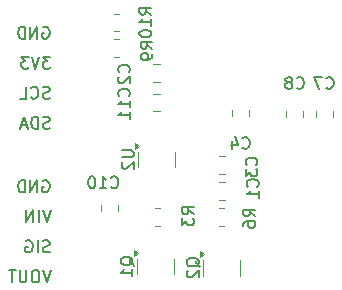
<source format=gbr>
%TF.GenerationSoftware,KiCad,Pcbnew,9.0.1*%
%TF.CreationDate,2025-08-08T13:48:55+02:00*%
%TF.ProjectId,ventilation,76656e74-696c-4617-9469-6f6e2e6b6963,rev?*%
%TF.SameCoordinates,Original*%
%TF.FileFunction,Legend,Bot*%
%TF.FilePolarity,Positive*%
%FSLAX46Y46*%
G04 Gerber Fmt 4.6, Leading zero omitted, Abs format (unit mm)*
G04 Created by KiCad (PCBNEW 9.0.1) date 2025-08-08 13:48:55*
%MOMM*%
%LPD*%
G01*
G04 APERTURE LIST*
%ADD10C,0.150000*%
%ADD11C,0.120000*%
G04 APERTURE END LIST*
D10*
X162669411Y-77432438D02*
X162764649Y-77384819D01*
X162764649Y-77384819D02*
X162907506Y-77384819D01*
X162907506Y-77384819D02*
X163050363Y-77432438D01*
X163050363Y-77432438D02*
X163145601Y-77527676D01*
X163145601Y-77527676D02*
X163193220Y-77622914D01*
X163193220Y-77622914D02*
X163240839Y-77813390D01*
X163240839Y-77813390D02*
X163240839Y-77956247D01*
X163240839Y-77956247D02*
X163193220Y-78146723D01*
X163193220Y-78146723D02*
X163145601Y-78241961D01*
X163145601Y-78241961D02*
X163050363Y-78337200D01*
X163050363Y-78337200D02*
X162907506Y-78384819D01*
X162907506Y-78384819D02*
X162812268Y-78384819D01*
X162812268Y-78384819D02*
X162669411Y-78337200D01*
X162669411Y-78337200D02*
X162621792Y-78289580D01*
X162621792Y-78289580D02*
X162621792Y-77956247D01*
X162621792Y-77956247D02*
X162812268Y-77956247D01*
X162193220Y-78384819D02*
X162193220Y-77384819D01*
X162193220Y-77384819D02*
X161621792Y-78384819D01*
X161621792Y-78384819D02*
X161621792Y-77384819D01*
X161145601Y-78384819D02*
X161145601Y-77384819D01*
X161145601Y-77384819D02*
X160907506Y-77384819D01*
X160907506Y-77384819D02*
X160764649Y-77432438D01*
X160764649Y-77432438D02*
X160669411Y-77527676D01*
X160669411Y-77527676D02*
X160621792Y-77622914D01*
X160621792Y-77622914D02*
X160574173Y-77813390D01*
X160574173Y-77813390D02*
X160574173Y-77956247D01*
X160574173Y-77956247D02*
X160621792Y-78146723D01*
X160621792Y-78146723D02*
X160669411Y-78241961D01*
X160669411Y-78241961D02*
X160764649Y-78337200D01*
X160764649Y-78337200D02*
X160907506Y-78384819D01*
X160907506Y-78384819D02*
X161145601Y-78384819D01*
X163288458Y-79924819D02*
X162669411Y-79924819D01*
X162669411Y-79924819D02*
X163002744Y-80305771D01*
X163002744Y-80305771D02*
X162859887Y-80305771D01*
X162859887Y-80305771D02*
X162764649Y-80353390D01*
X162764649Y-80353390D02*
X162717030Y-80401009D01*
X162717030Y-80401009D02*
X162669411Y-80496247D01*
X162669411Y-80496247D02*
X162669411Y-80734342D01*
X162669411Y-80734342D02*
X162717030Y-80829580D01*
X162717030Y-80829580D02*
X162764649Y-80877200D01*
X162764649Y-80877200D02*
X162859887Y-80924819D01*
X162859887Y-80924819D02*
X163145601Y-80924819D01*
X163145601Y-80924819D02*
X163240839Y-80877200D01*
X163240839Y-80877200D02*
X163288458Y-80829580D01*
X162383696Y-79924819D02*
X162050363Y-80924819D01*
X162050363Y-80924819D02*
X161717030Y-79924819D01*
X161478934Y-79924819D02*
X160859887Y-79924819D01*
X160859887Y-79924819D02*
X161193220Y-80305771D01*
X161193220Y-80305771D02*
X161050363Y-80305771D01*
X161050363Y-80305771D02*
X160955125Y-80353390D01*
X160955125Y-80353390D02*
X160907506Y-80401009D01*
X160907506Y-80401009D02*
X160859887Y-80496247D01*
X160859887Y-80496247D02*
X160859887Y-80734342D01*
X160859887Y-80734342D02*
X160907506Y-80829580D01*
X160907506Y-80829580D02*
X160955125Y-80877200D01*
X160955125Y-80877200D02*
X161050363Y-80924819D01*
X161050363Y-80924819D02*
X161336077Y-80924819D01*
X161336077Y-80924819D02*
X161431315Y-80877200D01*
X161431315Y-80877200D02*
X161478934Y-80829580D01*
X163240839Y-85957200D02*
X163097982Y-86004819D01*
X163097982Y-86004819D02*
X162859887Y-86004819D01*
X162859887Y-86004819D02*
X162764649Y-85957200D01*
X162764649Y-85957200D02*
X162717030Y-85909580D01*
X162717030Y-85909580D02*
X162669411Y-85814342D01*
X162669411Y-85814342D02*
X162669411Y-85719104D01*
X162669411Y-85719104D02*
X162717030Y-85623866D01*
X162717030Y-85623866D02*
X162764649Y-85576247D01*
X162764649Y-85576247D02*
X162859887Y-85528628D01*
X162859887Y-85528628D02*
X163050363Y-85481009D01*
X163050363Y-85481009D02*
X163145601Y-85433390D01*
X163145601Y-85433390D02*
X163193220Y-85385771D01*
X163193220Y-85385771D02*
X163240839Y-85290533D01*
X163240839Y-85290533D02*
X163240839Y-85195295D01*
X163240839Y-85195295D02*
X163193220Y-85100057D01*
X163193220Y-85100057D02*
X163145601Y-85052438D01*
X163145601Y-85052438D02*
X163050363Y-85004819D01*
X163050363Y-85004819D02*
X162812268Y-85004819D01*
X162812268Y-85004819D02*
X162669411Y-85052438D01*
X162240839Y-86004819D02*
X162240839Y-85004819D01*
X162240839Y-85004819D02*
X162002744Y-85004819D01*
X162002744Y-85004819D02*
X161859887Y-85052438D01*
X161859887Y-85052438D02*
X161764649Y-85147676D01*
X161764649Y-85147676D02*
X161717030Y-85242914D01*
X161717030Y-85242914D02*
X161669411Y-85433390D01*
X161669411Y-85433390D02*
X161669411Y-85576247D01*
X161669411Y-85576247D02*
X161717030Y-85766723D01*
X161717030Y-85766723D02*
X161764649Y-85861961D01*
X161764649Y-85861961D02*
X161859887Y-85957200D01*
X161859887Y-85957200D02*
X162002744Y-86004819D01*
X162002744Y-86004819D02*
X162240839Y-86004819D01*
X161288458Y-85719104D02*
X160812268Y-85719104D01*
X161383696Y-86004819D02*
X161050363Y-85004819D01*
X161050363Y-85004819D02*
X160717030Y-86004819D01*
X163240839Y-83417200D02*
X163097982Y-83464819D01*
X163097982Y-83464819D02*
X162859887Y-83464819D01*
X162859887Y-83464819D02*
X162764649Y-83417200D01*
X162764649Y-83417200D02*
X162717030Y-83369580D01*
X162717030Y-83369580D02*
X162669411Y-83274342D01*
X162669411Y-83274342D02*
X162669411Y-83179104D01*
X162669411Y-83179104D02*
X162717030Y-83083866D01*
X162717030Y-83083866D02*
X162764649Y-83036247D01*
X162764649Y-83036247D02*
X162859887Y-82988628D01*
X162859887Y-82988628D02*
X163050363Y-82941009D01*
X163050363Y-82941009D02*
X163145601Y-82893390D01*
X163145601Y-82893390D02*
X163193220Y-82845771D01*
X163193220Y-82845771D02*
X163240839Y-82750533D01*
X163240839Y-82750533D02*
X163240839Y-82655295D01*
X163240839Y-82655295D02*
X163193220Y-82560057D01*
X163193220Y-82560057D02*
X163145601Y-82512438D01*
X163145601Y-82512438D02*
X163050363Y-82464819D01*
X163050363Y-82464819D02*
X162812268Y-82464819D01*
X162812268Y-82464819D02*
X162669411Y-82512438D01*
X161669411Y-83369580D02*
X161717030Y-83417200D01*
X161717030Y-83417200D02*
X161859887Y-83464819D01*
X161859887Y-83464819D02*
X161955125Y-83464819D01*
X161955125Y-83464819D02*
X162097982Y-83417200D01*
X162097982Y-83417200D02*
X162193220Y-83321961D01*
X162193220Y-83321961D02*
X162240839Y-83226723D01*
X162240839Y-83226723D02*
X162288458Y-83036247D01*
X162288458Y-83036247D02*
X162288458Y-82893390D01*
X162288458Y-82893390D02*
X162240839Y-82702914D01*
X162240839Y-82702914D02*
X162193220Y-82607676D01*
X162193220Y-82607676D02*
X162097982Y-82512438D01*
X162097982Y-82512438D02*
X161955125Y-82464819D01*
X161955125Y-82464819D02*
X161859887Y-82464819D01*
X161859887Y-82464819D02*
X161717030Y-82512438D01*
X161717030Y-82512438D02*
X161669411Y-82560057D01*
X160764649Y-83464819D02*
X161240839Y-83464819D01*
X161240839Y-83464819D02*
X161240839Y-82464819D01*
X169959580Y-83257142D02*
X170007200Y-83209523D01*
X170007200Y-83209523D02*
X170054819Y-83066666D01*
X170054819Y-83066666D02*
X170054819Y-82971428D01*
X170054819Y-82971428D02*
X170007200Y-82828571D01*
X170007200Y-82828571D02*
X169911961Y-82733333D01*
X169911961Y-82733333D02*
X169816723Y-82685714D01*
X169816723Y-82685714D02*
X169626247Y-82638095D01*
X169626247Y-82638095D02*
X169483390Y-82638095D01*
X169483390Y-82638095D02*
X169292914Y-82685714D01*
X169292914Y-82685714D02*
X169197676Y-82733333D01*
X169197676Y-82733333D02*
X169102438Y-82828571D01*
X169102438Y-82828571D02*
X169054819Y-82971428D01*
X169054819Y-82971428D02*
X169054819Y-83066666D01*
X169054819Y-83066666D02*
X169102438Y-83209523D01*
X169102438Y-83209523D02*
X169150057Y-83257142D01*
X170054819Y-84209523D02*
X170054819Y-83638095D01*
X170054819Y-83923809D02*
X169054819Y-83923809D01*
X169054819Y-83923809D02*
X169197676Y-83828571D01*
X169197676Y-83828571D02*
X169292914Y-83733333D01*
X169292914Y-83733333D02*
X169340533Y-83638095D01*
X170054819Y-85161904D02*
X170054819Y-84590476D01*
X170054819Y-84876190D02*
X169054819Y-84876190D01*
X169054819Y-84876190D02*
X169197676Y-84780952D01*
X169197676Y-84780952D02*
X169292914Y-84685714D01*
X169292914Y-84685714D02*
X169340533Y-84590476D01*
X171954819Y-79233333D02*
X171478628Y-78900000D01*
X171954819Y-78661905D02*
X170954819Y-78661905D01*
X170954819Y-78661905D02*
X170954819Y-79042857D01*
X170954819Y-79042857D02*
X171002438Y-79138095D01*
X171002438Y-79138095D02*
X171050057Y-79185714D01*
X171050057Y-79185714D02*
X171145295Y-79233333D01*
X171145295Y-79233333D02*
X171288152Y-79233333D01*
X171288152Y-79233333D02*
X171383390Y-79185714D01*
X171383390Y-79185714D02*
X171431009Y-79138095D01*
X171431009Y-79138095D02*
X171478628Y-79042857D01*
X171478628Y-79042857D02*
X171478628Y-78661905D01*
X171954819Y-79709524D02*
X171954819Y-79900000D01*
X171954819Y-79900000D02*
X171907200Y-79995238D01*
X171907200Y-79995238D02*
X171859580Y-80042857D01*
X171859580Y-80042857D02*
X171716723Y-80138095D01*
X171716723Y-80138095D02*
X171526247Y-80185714D01*
X171526247Y-80185714D02*
X171145295Y-80185714D01*
X171145295Y-80185714D02*
X171050057Y-80138095D01*
X171050057Y-80138095D02*
X171002438Y-80090476D01*
X171002438Y-80090476D02*
X170954819Y-79995238D01*
X170954819Y-79995238D02*
X170954819Y-79804762D01*
X170954819Y-79804762D02*
X171002438Y-79709524D01*
X171002438Y-79709524D02*
X171050057Y-79661905D01*
X171050057Y-79661905D02*
X171145295Y-79614286D01*
X171145295Y-79614286D02*
X171383390Y-79614286D01*
X171383390Y-79614286D02*
X171478628Y-79661905D01*
X171478628Y-79661905D02*
X171526247Y-79709524D01*
X171526247Y-79709524D02*
X171573866Y-79804762D01*
X171573866Y-79804762D02*
X171573866Y-79995238D01*
X171573866Y-79995238D02*
X171526247Y-80090476D01*
X171526247Y-80090476D02*
X171478628Y-80138095D01*
X171478628Y-80138095D02*
X171383390Y-80185714D01*
X170350057Y-97604761D02*
X170302438Y-97509523D01*
X170302438Y-97509523D02*
X170207200Y-97414285D01*
X170207200Y-97414285D02*
X170064342Y-97271428D01*
X170064342Y-97271428D02*
X170016723Y-97176190D01*
X170016723Y-97176190D02*
X170016723Y-97080952D01*
X170254819Y-97128571D02*
X170207200Y-97033333D01*
X170207200Y-97033333D02*
X170111961Y-96938095D01*
X170111961Y-96938095D02*
X169921485Y-96890476D01*
X169921485Y-96890476D02*
X169588152Y-96890476D01*
X169588152Y-96890476D02*
X169397676Y-96938095D01*
X169397676Y-96938095D02*
X169302438Y-97033333D01*
X169302438Y-97033333D02*
X169254819Y-97128571D01*
X169254819Y-97128571D02*
X169254819Y-97319047D01*
X169254819Y-97319047D02*
X169302438Y-97414285D01*
X169302438Y-97414285D02*
X169397676Y-97509523D01*
X169397676Y-97509523D02*
X169588152Y-97557142D01*
X169588152Y-97557142D02*
X169921485Y-97557142D01*
X169921485Y-97557142D02*
X170111961Y-97509523D01*
X170111961Y-97509523D02*
X170207200Y-97414285D01*
X170207200Y-97414285D02*
X170254819Y-97319047D01*
X170254819Y-97319047D02*
X170254819Y-97128571D01*
X170254819Y-98509523D02*
X170254819Y-97938095D01*
X170254819Y-98223809D02*
X169254819Y-98223809D01*
X169254819Y-98223809D02*
X169397676Y-98128571D01*
X169397676Y-98128571D02*
X169492914Y-98033333D01*
X169492914Y-98033333D02*
X169540533Y-97938095D01*
X175950057Y-97704761D02*
X175902438Y-97609523D01*
X175902438Y-97609523D02*
X175807200Y-97514285D01*
X175807200Y-97514285D02*
X175664342Y-97371428D01*
X175664342Y-97371428D02*
X175616723Y-97276190D01*
X175616723Y-97276190D02*
X175616723Y-97180952D01*
X175854819Y-97228571D02*
X175807200Y-97133333D01*
X175807200Y-97133333D02*
X175711961Y-97038095D01*
X175711961Y-97038095D02*
X175521485Y-96990476D01*
X175521485Y-96990476D02*
X175188152Y-96990476D01*
X175188152Y-96990476D02*
X174997676Y-97038095D01*
X174997676Y-97038095D02*
X174902438Y-97133333D01*
X174902438Y-97133333D02*
X174854819Y-97228571D01*
X174854819Y-97228571D02*
X174854819Y-97419047D01*
X174854819Y-97419047D02*
X174902438Y-97514285D01*
X174902438Y-97514285D02*
X174997676Y-97609523D01*
X174997676Y-97609523D02*
X175188152Y-97657142D01*
X175188152Y-97657142D02*
X175521485Y-97657142D01*
X175521485Y-97657142D02*
X175711961Y-97609523D01*
X175711961Y-97609523D02*
X175807200Y-97514285D01*
X175807200Y-97514285D02*
X175854819Y-97419047D01*
X175854819Y-97419047D02*
X175854819Y-97228571D01*
X174950057Y-98038095D02*
X174902438Y-98085714D01*
X174902438Y-98085714D02*
X174854819Y-98180952D01*
X174854819Y-98180952D02*
X174854819Y-98419047D01*
X174854819Y-98419047D02*
X174902438Y-98514285D01*
X174902438Y-98514285D02*
X174950057Y-98561904D01*
X174950057Y-98561904D02*
X175045295Y-98609523D01*
X175045295Y-98609523D02*
X175140533Y-98609523D01*
X175140533Y-98609523D02*
X175283390Y-98561904D01*
X175283390Y-98561904D02*
X175854819Y-97990476D01*
X175854819Y-97990476D02*
X175854819Y-98609523D01*
X186666666Y-82559580D02*
X186714285Y-82607200D01*
X186714285Y-82607200D02*
X186857142Y-82654819D01*
X186857142Y-82654819D02*
X186952380Y-82654819D01*
X186952380Y-82654819D02*
X187095237Y-82607200D01*
X187095237Y-82607200D02*
X187190475Y-82511961D01*
X187190475Y-82511961D02*
X187238094Y-82416723D01*
X187238094Y-82416723D02*
X187285713Y-82226247D01*
X187285713Y-82226247D02*
X187285713Y-82083390D01*
X187285713Y-82083390D02*
X187238094Y-81892914D01*
X187238094Y-81892914D02*
X187190475Y-81797676D01*
X187190475Y-81797676D02*
X187095237Y-81702438D01*
X187095237Y-81702438D02*
X186952380Y-81654819D01*
X186952380Y-81654819D02*
X186857142Y-81654819D01*
X186857142Y-81654819D02*
X186714285Y-81702438D01*
X186714285Y-81702438D02*
X186666666Y-81750057D01*
X186333332Y-81654819D02*
X185666666Y-81654819D01*
X185666666Y-81654819D02*
X186095237Y-82654819D01*
X180654819Y-93433333D02*
X180178628Y-93100000D01*
X180654819Y-92861905D02*
X179654819Y-92861905D01*
X179654819Y-92861905D02*
X179654819Y-93242857D01*
X179654819Y-93242857D02*
X179702438Y-93338095D01*
X179702438Y-93338095D02*
X179750057Y-93385714D01*
X179750057Y-93385714D02*
X179845295Y-93433333D01*
X179845295Y-93433333D02*
X179988152Y-93433333D01*
X179988152Y-93433333D02*
X180083390Y-93385714D01*
X180083390Y-93385714D02*
X180131009Y-93338095D01*
X180131009Y-93338095D02*
X180178628Y-93242857D01*
X180178628Y-93242857D02*
X180178628Y-92861905D01*
X179654819Y-94290476D02*
X179654819Y-94100000D01*
X179654819Y-94100000D02*
X179702438Y-94004762D01*
X179702438Y-94004762D02*
X179750057Y-93957143D01*
X179750057Y-93957143D02*
X179892914Y-93861905D01*
X179892914Y-93861905D02*
X180083390Y-93814286D01*
X180083390Y-93814286D02*
X180464342Y-93814286D01*
X180464342Y-93814286D02*
X180559580Y-93861905D01*
X180559580Y-93861905D02*
X180607200Y-93909524D01*
X180607200Y-93909524D02*
X180654819Y-94004762D01*
X180654819Y-94004762D02*
X180654819Y-94195238D01*
X180654819Y-94195238D02*
X180607200Y-94290476D01*
X180607200Y-94290476D02*
X180559580Y-94338095D01*
X180559580Y-94338095D02*
X180464342Y-94385714D01*
X180464342Y-94385714D02*
X180226247Y-94385714D01*
X180226247Y-94385714D02*
X180131009Y-94338095D01*
X180131009Y-94338095D02*
X180083390Y-94290476D01*
X180083390Y-94290476D02*
X180035771Y-94195238D01*
X180035771Y-94195238D02*
X180035771Y-94004762D01*
X180035771Y-94004762D02*
X180083390Y-93909524D01*
X180083390Y-93909524D02*
X180131009Y-93861905D01*
X180131009Y-93861905D02*
X180226247Y-93814286D01*
X169959580Y-81233333D02*
X170007200Y-81185714D01*
X170007200Y-81185714D02*
X170054819Y-81042857D01*
X170054819Y-81042857D02*
X170054819Y-80947619D01*
X170054819Y-80947619D02*
X170007200Y-80804762D01*
X170007200Y-80804762D02*
X169911961Y-80709524D01*
X169911961Y-80709524D02*
X169816723Y-80661905D01*
X169816723Y-80661905D02*
X169626247Y-80614286D01*
X169626247Y-80614286D02*
X169483390Y-80614286D01*
X169483390Y-80614286D02*
X169292914Y-80661905D01*
X169292914Y-80661905D02*
X169197676Y-80709524D01*
X169197676Y-80709524D02*
X169102438Y-80804762D01*
X169102438Y-80804762D02*
X169054819Y-80947619D01*
X169054819Y-80947619D02*
X169054819Y-81042857D01*
X169054819Y-81042857D02*
X169102438Y-81185714D01*
X169102438Y-81185714D02*
X169150057Y-81233333D01*
X169150057Y-81614286D02*
X169102438Y-81661905D01*
X169102438Y-81661905D02*
X169054819Y-81757143D01*
X169054819Y-81757143D02*
X169054819Y-81995238D01*
X169054819Y-81995238D02*
X169102438Y-82090476D01*
X169102438Y-82090476D02*
X169150057Y-82138095D01*
X169150057Y-82138095D02*
X169245295Y-82185714D01*
X169245295Y-82185714D02*
X169340533Y-82185714D01*
X169340533Y-82185714D02*
X169483390Y-82138095D01*
X169483390Y-82138095D02*
X170054819Y-81566667D01*
X170054819Y-81566667D02*
X170054819Y-82185714D01*
X184166666Y-82559580D02*
X184214285Y-82607200D01*
X184214285Y-82607200D02*
X184357142Y-82654819D01*
X184357142Y-82654819D02*
X184452380Y-82654819D01*
X184452380Y-82654819D02*
X184595237Y-82607200D01*
X184595237Y-82607200D02*
X184690475Y-82511961D01*
X184690475Y-82511961D02*
X184738094Y-82416723D01*
X184738094Y-82416723D02*
X184785713Y-82226247D01*
X184785713Y-82226247D02*
X184785713Y-82083390D01*
X184785713Y-82083390D02*
X184738094Y-81892914D01*
X184738094Y-81892914D02*
X184690475Y-81797676D01*
X184690475Y-81797676D02*
X184595237Y-81702438D01*
X184595237Y-81702438D02*
X184452380Y-81654819D01*
X184452380Y-81654819D02*
X184357142Y-81654819D01*
X184357142Y-81654819D02*
X184214285Y-81702438D01*
X184214285Y-81702438D02*
X184166666Y-81750057D01*
X183595237Y-82083390D02*
X183690475Y-82035771D01*
X183690475Y-82035771D02*
X183738094Y-81988152D01*
X183738094Y-81988152D02*
X183785713Y-81892914D01*
X183785713Y-81892914D02*
X183785713Y-81845295D01*
X183785713Y-81845295D02*
X183738094Y-81750057D01*
X183738094Y-81750057D02*
X183690475Y-81702438D01*
X183690475Y-81702438D02*
X183595237Y-81654819D01*
X183595237Y-81654819D02*
X183404761Y-81654819D01*
X183404761Y-81654819D02*
X183309523Y-81702438D01*
X183309523Y-81702438D02*
X183261904Y-81750057D01*
X183261904Y-81750057D02*
X183214285Y-81845295D01*
X183214285Y-81845295D02*
X183214285Y-81892914D01*
X183214285Y-81892914D02*
X183261904Y-81988152D01*
X183261904Y-81988152D02*
X183309523Y-82035771D01*
X183309523Y-82035771D02*
X183404761Y-82083390D01*
X183404761Y-82083390D02*
X183595237Y-82083390D01*
X183595237Y-82083390D02*
X183690475Y-82131009D01*
X183690475Y-82131009D02*
X183738094Y-82178628D01*
X183738094Y-82178628D02*
X183785713Y-82273866D01*
X183785713Y-82273866D02*
X183785713Y-82464342D01*
X183785713Y-82464342D02*
X183738094Y-82559580D01*
X183738094Y-82559580D02*
X183690475Y-82607200D01*
X183690475Y-82607200D02*
X183595237Y-82654819D01*
X183595237Y-82654819D02*
X183404761Y-82654819D01*
X183404761Y-82654819D02*
X183309523Y-82607200D01*
X183309523Y-82607200D02*
X183261904Y-82559580D01*
X183261904Y-82559580D02*
X183214285Y-82464342D01*
X183214285Y-82464342D02*
X183214285Y-82273866D01*
X183214285Y-82273866D02*
X183261904Y-82178628D01*
X183261904Y-82178628D02*
X183309523Y-82131009D01*
X183309523Y-82131009D02*
X183404761Y-82083390D01*
X179566666Y-87622080D02*
X179614285Y-87669700D01*
X179614285Y-87669700D02*
X179757142Y-87717319D01*
X179757142Y-87717319D02*
X179852380Y-87717319D01*
X179852380Y-87717319D02*
X179995237Y-87669700D01*
X179995237Y-87669700D02*
X180090475Y-87574461D01*
X180090475Y-87574461D02*
X180138094Y-87479223D01*
X180138094Y-87479223D02*
X180185713Y-87288747D01*
X180185713Y-87288747D02*
X180185713Y-87145890D01*
X180185713Y-87145890D02*
X180138094Y-86955414D01*
X180138094Y-86955414D02*
X180090475Y-86860176D01*
X180090475Y-86860176D02*
X179995237Y-86764938D01*
X179995237Y-86764938D02*
X179852380Y-86717319D01*
X179852380Y-86717319D02*
X179757142Y-86717319D01*
X179757142Y-86717319D02*
X179614285Y-86764938D01*
X179614285Y-86764938D02*
X179566666Y-86812557D01*
X178709523Y-87050652D02*
X178709523Y-87717319D01*
X178947618Y-86669700D02*
X179185713Y-87383985D01*
X179185713Y-87383985D02*
X178566666Y-87383985D01*
X168442857Y-90959580D02*
X168490476Y-91007200D01*
X168490476Y-91007200D02*
X168633333Y-91054819D01*
X168633333Y-91054819D02*
X168728571Y-91054819D01*
X168728571Y-91054819D02*
X168871428Y-91007200D01*
X168871428Y-91007200D02*
X168966666Y-90911961D01*
X168966666Y-90911961D02*
X169014285Y-90816723D01*
X169014285Y-90816723D02*
X169061904Y-90626247D01*
X169061904Y-90626247D02*
X169061904Y-90483390D01*
X169061904Y-90483390D02*
X169014285Y-90292914D01*
X169014285Y-90292914D02*
X168966666Y-90197676D01*
X168966666Y-90197676D02*
X168871428Y-90102438D01*
X168871428Y-90102438D02*
X168728571Y-90054819D01*
X168728571Y-90054819D02*
X168633333Y-90054819D01*
X168633333Y-90054819D02*
X168490476Y-90102438D01*
X168490476Y-90102438D02*
X168442857Y-90150057D01*
X167490476Y-91054819D02*
X168061904Y-91054819D01*
X167776190Y-91054819D02*
X167776190Y-90054819D01*
X167776190Y-90054819D02*
X167871428Y-90197676D01*
X167871428Y-90197676D02*
X167966666Y-90292914D01*
X167966666Y-90292914D02*
X168061904Y-90340533D01*
X166871428Y-90054819D02*
X166776190Y-90054819D01*
X166776190Y-90054819D02*
X166680952Y-90102438D01*
X166680952Y-90102438D02*
X166633333Y-90150057D01*
X166633333Y-90150057D02*
X166585714Y-90245295D01*
X166585714Y-90245295D02*
X166538095Y-90435771D01*
X166538095Y-90435771D02*
X166538095Y-90673866D01*
X166538095Y-90673866D02*
X166585714Y-90864342D01*
X166585714Y-90864342D02*
X166633333Y-90959580D01*
X166633333Y-90959580D02*
X166680952Y-91007200D01*
X166680952Y-91007200D02*
X166776190Y-91054819D01*
X166776190Y-91054819D02*
X166871428Y-91054819D01*
X166871428Y-91054819D02*
X166966666Y-91007200D01*
X166966666Y-91007200D02*
X167014285Y-90959580D01*
X167014285Y-90959580D02*
X167061904Y-90864342D01*
X167061904Y-90864342D02*
X167109523Y-90673866D01*
X167109523Y-90673866D02*
X167109523Y-90435771D01*
X167109523Y-90435771D02*
X167061904Y-90245295D01*
X167061904Y-90245295D02*
X167014285Y-90150057D01*
X167014285Y-90150057D02*
X166966666Y-90102438D01*
X166966666Y-90102438D02*
X166871428Y-90054819D01*
X180742080Y-89083333D02*
X180789700Y-89035714D01*
X180789700Y-89035714D02*
X180837319Y-88892857D01*
X180837319Y-88892857D02*
X180837319Y-88797619D01*
X180837319Y-88797619D02*
X180789700Y-88654762D01*
X180789700Y-88654762D02*
X180694461Y-88559524D01*
X180694461Y-88559524D02*
X180599223Y-88511905D01*
X180599223Y-88511905D02*
X180408747Y-88464286D01*
X180408747Y-88464286D02*
X180265890Y-88464286D01*
X180265890Y-88464286D02*
X180075414Y-88511905D01*
X180075414Y-88511905D02*
X179980176Y-88559524D01*
X179980176Y-88559524D02*
X179884938Y-88654762D01*
X179884938Y-88654762D02*
X179837319Y-88797619D01*
X179837319Y-88797619D02*
X179837319Y-88892857D01*
X179837319Y-88892857D02*
X179884938Y-89035714D01*
X179884938Y-89035714D02*
X179932557Y-89083333D01*
X179837319Y-89416667D02*
X179837319Y-90035714D01*
X179837319Y-90035714D02*
X180218271Y-89702381D01*
X180218271Y-89702381D02*
X180218271Y-89845238D01*
X180218271Y-89845238D02*
X180265890Y-89940476D01*
X180265890Y-89940476D02*
X180313509Y-89988095D01*
X180313509Y-89988095D02*
X180408747Y-90035714D01*
X180408747Y-90035714D02*
X180646842Y-90035714D01*
X180646842Y-90035714D02*
X180742080Y-89988095D01*
X180742080Y-89988095D02*
X180789700Y-89940476D01*
X180789700Y-89940476D02*
X180837319Y-89845238D01*
X180837319Y-89845238D02*
X180837319Y-89559524D01*
X180837319Y-89559524D02*
X180789700Y-89464286D01*
X180789700Y-89464286D02*
X180742080Y-89416667D01*
X180842080Y-90913333D02*
X180889700Y-90865714D01*
X180889700Y-90865714D02*
X180937319Y-90722857D01*
X180937319Y-90722857D02*
X180937319Y-90627619D01*
X180937319Y-90627619D02*
X180889700Y-90484762D01*
X180889700Y-90484762D02*
X180794461Y-90389524D01*
X180794461Y-90389524D02*
X180699223Y-90341905D01*
X180699223Y-90341905D02*
X180508747Y-90294286D01*
X180508747Y-90294286D02*
X180365890Y-90294286D01*
X180365890Y-90294286D02*
X180175414Y-90341905D01*
X180175414Y-90341905D02*
X180080176Y-90389524D01*
X180080176Y-90389524D02*
X179984938Y-90484762D01*
X179984938Y-90484762D02*
X179937319Y-90627619D01*
X179937319Y-90627619D02*
X179937319Y-90722857D01*
X179937319Y-90722857D02*
X179984938Y-90865714D01*
X179984938Y-90865714D02*
X180032557Y-90913333D01*
X180937319Y-91865714D02*
X180937319Y-91294286D01*
X180937319Y-91580000D02*
X179937319Y-91580000D01*
X179937319Y-91580000D02*
X180080176Y-91484762D01*
X180080176Y-91484762D02*
X180175414Y-91389524D01*
X180175414Y-91389524D02*
X180223033Y-91294286D01*
X169354819Y-87863095D02*
X170164342Y-87863095D01*
X170164342Y-87863095D02*
X170259580Y-87910714D01*
X170259580Y-87910714D02*
X170307200Y-87958333D01*
X170307200Y-87958333D02*
X170354819Y-88053571D01*
X170354819Y-88053571D02*
X170354819Y-88244047D01*
X170354819Y-88244047D02*
X170307200Y-88339285D01*
X170307200Y-88339285D02*
X170259580Y-88386904D01*
X170259580Y-88386904D02*
X170164342Y-88434523D01*
X170164342Y-88434523D02*
X169354819Y-88434523D01*
X169450057Y-88863095D02*
X169402438Y-88910714D01*
X169402438Y-88910714D02*
X169354819Y-89005952D01*
X169354819Y-89005952D02*
X169354819Y-89244047D01*
X169354819Y-89244047D02*
X169402438Y-89339285D01*
X169402438Y-89339285D02*
X169450057Y-89386904D01*
X169450057Y-89386904D02*
X169545295Y-89434523D01*
X169545295Y-89434523D02*
X169640533Y-89434523D01*
X169640533Y-89434523D02*
X169783390Y-89386904D01*
X169783390Y-89386904D02*
X170354819Y-88815476D01*
X170354819Y-88815476D02*
X170354819Y-89434523D01*
X175454819Y-93253333D02*
X174978628Y-92920000D01*
X175454819Y-92681905D02*
X174454819Y-92681905D01*
X174454819Y-92681905D02*
X174454819Y-93062857D01*
X174454819Y-93062857D02*
X174502438Y-93158095D01*
X174502438Y-93158095D02*
X174550057Y-93205714D01*
X174550057Y-93205714D02*
X174645295Y-93253333D01*
X174645295Y-93253333D02*
X174788152Y-93253333D01*
X174788152Y-93253333D02*
X174883390Y-93205714D01*
X174883390Y-93205714D02*
X174931009Y-93158095D01*
X174931009Y-93158095D02*
X174978628Y-93062857D01*
X174978628Y-93062857D02*
X174978628Y-92681905D01*
X174454819Y-93586667D02*
X174454819Y-94205714D01*
X174454819Y-94205714D02*
X174835771Y-93872381D01*
X174835771Y-93872381D02*
X174835771Y-94015238D01*
X174835771Y-94015238D02*
X174883390Y-94110476D01*
X174883390Y-94110476D02*
X174931009Y-94158095D01*
X174931009Y-94158095D02*
X175026247Y-94205714D01*
X175026247Y-94205714D02*
X175264342Y-94205714D01*
X175264342Y-94205714D02*
X175359580Y-94158095D01*
X175359580Y-94158095D02*
X175407200Y-94110476D01*
X175407200Y-94110476D02*
X175454819Y-94015238D01*
X175454819Y-94015238D02*
X175454819Y-93729524D01*
X175454819Y-93729524D02*
X175407200Y-93634286D01*
X175407200Y-93634286D02*
X175359580Y-93586667D01*
X171854819Y-76357142D02*
X171378628Y-76023809D01*
X171854819Y-75785714D02*
X170854819Y-75785714D01*
X170854819Y-75785714D02*
X170854819Y-76166666D01*
X170854819Y-76166666D02*
X170902438Y-76261904D01*
X170902438Y-76261904D02*
X170950057Y-76309523D01*
X170950057Y-76309523D02*
X171045295Y-76357142D01*
X171045295Y-76357142D02*
X171188152Y-76357142D01*
X171188152Y-76357142D02*
X171283390Y-76309523D01*
X171283390Y-76309523D02*
X171331009Y-76261904D01*
X171331009Y-76261904D02*
X171378628Y-76166666D01*
X171378628Y-76166666D02*
X171378628Y-75785714D01*
X171854819Y-77309523D02*
X171854819Y-76738095D01*
X171854819Y-77023809D02*
X170854819Y-77023809D01*
X170854819Y-77023809D02*
X170997676Y-76928571D01*
X170997676Y-76928571D02*
X171092914Y-76833333D01*
X171092914Y-76833333D02*
X171140533Y-76738095D01*
X170854819Y-77928571D02*
X170854819Y-78023809D01*
X170854819Y-78023809D02*
X170902438Y-78119047D01*
X170902438Y-78119047D02*
X170950057Y-78166666D01*
X170950057Y-78166666D02*
X171045295Y-78214285D01*
X171045295Y-78214285D02*
X171235771Y-78261904D01*
X171235771Y-78261904D02*
X171473866Y-78261904D01*
X171473866Y-78261904D02*
X171664342Y-78214285D01*
X171664342Y-78214285D02*
X171759580Y-78166666D01*
X171759580Y-78166666D02*
X171807200Y-78119047D01*
X171807200Y-78119047D02*
X171854819Y-78023809D01*
X171854819Y-78023809D02*
X171854819Y-77928571D01*
X171854819Y-77928571D02*
X171807200Y-77833333D01*
X171807200Y-77833333D02*
X171759580Y-77785714D01*
X171759580Y-77785714D02*
X171664342Y-77738095D01*
X171664342Y-77738095D02*
X171473866Y-77690476D01*
X171473866Y-77690476D02*
X171235771Y-77690476D01*
X171235771Y-77690476D02*
X171045295Y-77738095D01*
X171045295Y-77738095D02*
X170950057Y-77785714D01*
X170950057Y-77785714D02*
X170902438Y-77833333D01*
X170902438Y-77833333D02*
X170854819Y-77928571D01*
X162669411Y-90442438D02*
X162764649Y-90394819D01*
X162764649Y-90394819D02*
X162907506Y-90394819D01*
X162907506Y-90394819D02*
X163050363Y-90442438D01*
X163050363Y-90442438D02*
X163145601Y-90537676D01*
X163145601Y-90537676D02*
X163193220Y-90632914D01*
X163193220Y-90632914D02*
X163240839Y-90823390D01*
X163240839Y-90823390D02*
X163240839Y-90966247D01*
X163240839Y-90966247D02*
X163193220Y-91156723D01*
X163193220Y-91156723D02*
X163145601Y-91251961D01*
X163145601Y-91251961D02*
X163050363Y-91347200D01*
X163050363Y-91347200D02*
X162907506Y-91394819D01*
X162907506Y-91394819D02*
X162812268Y-91394819D01*
X162812268Y-91394819D02*
X162669411Y-91347200D01*
X162669411Y-91347200D02*
X162621792Y-91299580D01*
X162621792Y-91299580D02*
X162621792Y-90966247D01*
X162621792Y-90966247D02*
X162812268Y-90966247D01*
X162193220Y-91394819D02*
X162193220Y-90394819D01*
X162193220Y-90394819D02*
X161621792Y-91394819D01*
X161621792Y-91394819D02*
X161621792Y-90394819D01*
X161145601Y-91394819D02*
X161145601Y-90394819D01*
X161145601Y-90394819D02*
X160907506Y-90394819D01*
X160907506Y-90394819D02*
X160764649Y-90442438D01*
X160764649Y-90442438D02*
X160669411Y-90537676D01*
X160669411Y-90537676D02*
X160621792Y-90632914D01*
X160621792Y-90632914D02*
X160574173Y-90823390D01*
X160574173Y-90823390D02*
X160574173Y-90966247D01*
X160574173Y-90966247D02*
X160621792Y-91156723D01*
X160621792Y-91156723D02*
X160669411Y-91251961D01*
X160669411Y-91251961D02*
X160764649Y-91347200D01*
X160764649Y-91347200D02*
X160907506Y-91394819D01*
X160907506Y-91394819D02*
X161145601Y-91394819D01*
X163336077Y-98014819D02*
X163002744Y-99014819D01*
X163002744Y-99014819D02*
X162669411Y-98014819D01*
X162145601Y-98014819D02*
X161955125Y-98014819D01*
X161955125Y-98014819D02*
X161859887Y-98062438D01*
X161859887Y-98062438D02*
X161764649Y-98157676D01*
X161764649Y-98157676D02*
X161717030Y-98348152D01*
X161717030Y-98348152D02*
X161717030Y-98681485D01*
X161717030Y-98681485D02*
X161764649Y-98871961D01*
X161764649Y-98871961D02*
X161859887Y-98967200D01*
X161859887Y-98967200D02*
X161955125Y-99014819D01*
X161955125Y-99014819D02*
X162145601Y-99014819D01*
X162145601Y-99014819D02*
X162240839Y-98967200D01*
X162240839Y-98967200D02*
X162336077Y-98871961D01*
X162336077Y-98871961D02*
X162383696Y-98681485D01*
X162383696Y-98681485D02*
X162383696Y-98348152D01*
X162383696Y-98348152D02*
X162336077Y-98157676D01*
X162336077Y-98157676D02*
X162240839Y-98062438D01*
X162240839Y-98062438D02*
X162145601Y-98014819D01*
X161288458Y-98014819D02*
X161288458Y-98824342D01*
X161288458Y-98824342D02*
X161240839Y-98919580D01*
X161240839Y-98919580D02*
X161193220Y-98967200D01*
X161193220Y-98967200D02*
X161097982Y-99014819D01*
X161097982Y-99014819D02*
X160907506Y-99014819D01*
X160907506Y-99014819D02*
X160812268Y-98967200D01*
X160812268Y-98967200D02*
X160764649Y-98919580D01*
X160764649Y-98919580D02*
X160717030Y-98824342D01*
X160717030Y-98824342D02*
X160717030Y-98014819D01*
X160383696Y-98014819D02*
X159812268Y-98014819D01*
X160097982Y-99014819D02*
X160097982Y-98014819D01*
X163240839Y-96427200D02*
X163097982Y-96474819D01*
X163097982Y-96474819D02*
X162859887Y-96474819D01*
X162859887Y-96474819D02*
X162764649Y-96427200D01*
X162764649Y-96427200D02*
X162717030Y-96379580D01*
X162717030Y-96379580D02*
X162669411Y-96284342D01*
X162669411Y-96284342D02*
X162669411Y-96189104D01*
X162669411Y-96189104D02*
X162717030Y-96093866D01*
X162717030Y-96093866D02*
X162764649Y-96046247D01*
X162764649Y-96046247D02*
X162859887Y-95998628D01*
X162859887Y-95998628D02*
X163050363Y-95951009D01*
X163050363Y-95951009D02*
X163145601Y-95903390D01*
X163145601Y-95903390D02*
X163193220Y-95855771D01*
X163193220Y-95855771D02*
X163240839Y-95760533D01*
X163240839Y-95760533D02*
X163240839Y-95665295D01*
X163240839Y-95665295D02*
X163193220Y-95570057D01*
X163193220Y-95570057D02*
X163145601Y-95522438D01*
X163145601Y-95522438D02*
X163050363Y-95474819D01*
X163050363Y-95474819D02*
X162812268Y-95474819D01*
X162812268Y-95474819D02*
X162669411Y-95522438D01*
X162240839Y-96474819D02*
X162240839Y-95474819D01*
X161240840Y-95522438D02*
X161336078Y-95474819D01*
X161336078Y-95474819D02*
X161478935Y-95474819D01*
X161478935Y-95474819D02*
X161621792Y-95522438D01*
X161621792Y-95522438D02*
X161717030Y-95617676D01*
X161717030Y-95617676D02*
X161764649Y-95712914D01*
X161764649Y-95712914D02*
X161812268Y-95903390D01*
X161812268Y-95903390D02*
X161812268Y-96046247D01*
X161812268Y-96046247D02*
X161764649Y-96236723D01*
X161764649Y-96236723D02*
X161717030Y-96331961D01*
X161717030Y-96331961D02*
X161621792Y-96427200D01*
X161621792Y-96427200D02*
X161478935Y-96474819D01*
X161478935Y-96474819D02*
X161383697Y-96474819D01*
X161383697Y-96474819D02*
X161240840Y-96427200D01*
X161240840Y-96427200D02*
X161193221Y-96379580D01*
X161193221Y-96379580D02*
X161193221Y-96046247D01*
X161193221Y-96046247D02*
X161383697Y-96046247D01*
X163336077Y-92934819D02*
X163002744Y-93934819D01*
X163002744Y-93934819D02*
X162669411Y-92934819D01*
X162336077Y-93934819D02*
X162336077Y-92934819D01*
X161859887Y-93934819D02*
X161859887Y-92934819D01*
X161859887Y-92934819D02*
X161288459Y-93934819D01*
X161288459Y-93934819D02*
X161288459Y-92934819D01*
D11*
%TO.C,C11*%
X172561252Y-83065000D02*
X172038748Y-83065000D01*
X172561252Y-84535000D02*
X172038748Y-84535000D01*
%TO.C,R9*%
X169127064Y-78465000D02*
X168672936Y-78465000D01*
X169127064Y-79935000D02*
X168672936Y-79935000D01*
%TO.C,Q1*%
X170640000Y-97700000D02*
X170640000Y-97050000D01*
X170640000Y-97700000D02*
X170640000Y-98350000D01*
X173760000Y-97700000D02*
X173760000Y-97050000D01*
X173760000Y-97700000D02*
X173760000Y-98350000D01*
X170690000Y-96537500D02*
X170360000Y-96777500D01*
X170360000Y-96297500D01*
X170690000Y-96537500D01*
G36*
X170690000Y-96537500D02*
G01*
X170360000Y-96777500D01*
X170360000Y-96297500D01*
X170690000Y-96537500D01*
G37*
%TO.C,Q2*%
X176240000Y-97800000D02*
X176240000Y-97150000D01*
X176240000Y-97800000D02*
X176240000Y-98450000D01*
X179360000Y-97800000D02*
X179360000Y-97150000D01*
X179360000Y-97800000D02*
X179360000Y-98450000D01*
X176290000Y-96637500D02*
X175960000Y-96877500D01*
X175960000Y-96397500D01*
X176290000Y-96637500D01*
G36*
X176290000Y-96637500D02*
G01*
X175960000Y-96877500D01*
X175960000Y-96397500D01*
X176290000Y-96637500D01*
G37*
%TO.C,C7*%
X185765000Y-84538748D02*
X185765000Y-85061252D01*
X187235000Y-84538748D02*
X187235000Y-85061252D01*
%TO.C,R6*%
X178027064Y-92765000D02*
X177572936Y-92765000D01*
X178027064Y-94235000D02*
X177572936Y-94235000D01*
%TO.C,C2*%
X172561252Y-80565000D02*
X172038748Y-80565000D01*
X172561252Y-82035000D02*
X172038748Y-82035000D01*
%TO.C,C8*%
X183265000Y-84538748D02*
X183265000Y-85061252D01*
X184735000Y-84538748D02*
X184735000Y-85061252D01*
%TO.C,C4*%
X178665000Y-84438748D02*
X178665000Y-84961252D01*
X180135000Y-84438748D02*
X180135000Y-84961252D01*
%TO.C,C10*%
X167565000Y-93023752D02*
X167565000Y-92501248D01*
X169035000Y-93023752D02*
X169035000Y-92501248D01*
%TO.C,C3*%
X177568748Y-88365000D02*
X178091252Y-88365000D01*
X177568748Y-89835000D02*
X178091252Y-89835000D01*
%TO.C,C1*%
X177568748Y-90565000D02*
X178091252Y-90565000D01*
X177568748Y-92035000D02*
X178091252Y-92035000D01*
%TO.C,U2*%
X170740000Y-88625000D02*
X170740000Y-87975000D01*
X170740000Y-88625000D02*
X170740000Y-89275000D01*
X173860000Y-88625000D02*
X173860000Y-87975000D01*
X173860000Y-88625000D02*
X173860000Y-89275000D01*
X170790000Y-87462500D02*
X170460000Y-87702500D01*
X170460000Y-87222500D01*
X170790000Y-87462500D01*
G36*
X170790000Y-87462500D02*
G01*
X170460000Y-87702500D01*
X170460000Y-87222500D01*
X170790000Y-87462500D01*
G37*
%TO.C,R3*%
X172172936Y-92765000D02*
X172627064Y-92765000D01*
X172172936Y-94235000D02*
X172627064Y-94235000D01*
%TO.C,R10*%
X168672936Y-76265000D02*
X169127064Y-76265000D01*
X168672936Y-77735000D02*
X169127064Y-77735000D01*
%TD*%
M02*

</source>
